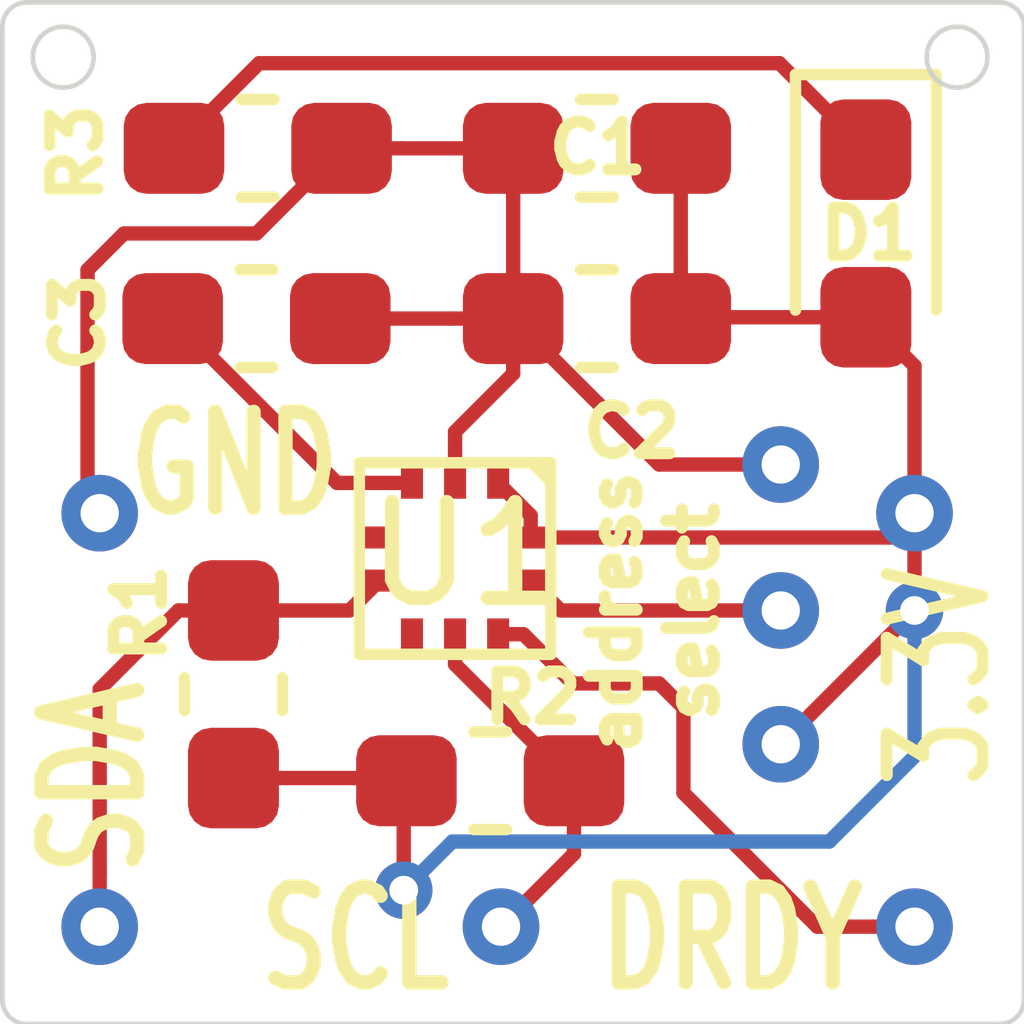
<source format=kicad_pcb>
(kicad_pcb (version 20171130) (host pcbnew 5.1.4-e60b266~84~ubuntu18.04.1)

  (general
    (thickness 1.6)
    (drawings 16)
    (tracks 70)
    (zones 0)
    (modules 16)
    (nets 11)
  )

  (page A4)
  (layers
    (0 F.Cu signal)
    (31 B.Cu signal)
    (32 B.Adhes user)
    (33 F.Adhes user)
    (34 B.Paste user)
    (35 F.Paste user)
    (36 B.SilkS user hide)
    (37 F.SilkS user)
    (38 B.Mask user)
    (39 F.Mask user)
    (40 Dwgs.User user)
    (41 Cmts.User user)
    (42 Eco1.User user)
    (43 Eco2.User user)
    (44 Edge.Cuts user)
    (45 Margin user)
    (46 B.CrtYd user)
    (47 F.CrtYd user)
    (48 B.Fab user hide)
    (49 F.Fab user hide)
  )

  (setup
    (last_trace_width 0.15)
    (trace_clearance 0.15)
    (zone_clearance 0.5)
    (zone_45_only no)
    (trace_min 0.15)
    (via_size 0.6)
    (via_drill 0.3)
    (via_min_size 0.45)
    (via_min_drill 0.2)
    (uvia_size 0.3)
    (uvia_drill 0.1)
    (uvias_allowed no)
    (uvia_min_size 0.2)
    (uvia_min_drill 0.1)
    (edge_width 0.05)
    (segment_width 0.2)
    (pcb_text_width 0.3)
    (pcb_text_size 1.5 1.5)
    (mod_edge_width 0.12)
    (mod_text_size 1 1)
    (mod_text_width 0.15)
    (pad_size 1.524 1.524)
    (pad_drill 0.762)
    (pad_to_mask_clearance 0.051)
    (solder_mask_min_width 0.25)
    (aux_axis_origin 0 0)
    (visible_elements FFFFFF7F)
    (pcbplotparams
      (layerselection 0x010f0_ffffffff)
      (usegerberextensions false)
      (usegerberattributes false)
      (usegerberadvancedattributes false)
      (creategerberjobfile false)
      (excludeedgelayer true)
      (linewidth 0.100000)
      (plotframeref false)
      (viasonmask false)
      (mode 1)
      (useauxorigin false)
      (hpglpennumber 1)
      (hpglpenspeed 20)
      (hpglpendiameter 15.000000)
      (psnegative false)
      (psa4output false)
      (plotreference true)
      (plotvalue true)
      (plotinvisibletext false)
      (padsonsilk false)
      (subtractmaskfromsilk false)
      (outputformat 1)
      (mirror false)
      (drillshape 0)
      (scaleselection 1)
      (outputdirectory ""))
  )

  (net 0 "")
  (net 1 +3V3)
  (net 2 GND)
  (net 3 "Net-(C3-Pad2)")
  (net 4 "Net-(D1-Pad1)")
  (net 5 /MAG_SDA)
  (net 6 /MAG_SCL)
  (net 7 /MAG_DRDY)
  (net 8 "Net-(J6-Pad1)")
  (net 9 "Net-(U1-Pad4)")
  (net 10 "Net-(U1-Pad6)")

  (net_class Default "This is the default net class."
    (clearance 0.15)
    (trace_width 0.15)
    (via_dia 0.6)
    (via_drill 0.3)
    (uvia_dia 0.3)
    (uvia_drill 0.1)
    (add_net +3V3)
    (add_net /MAG_DRDY)
    (add_net /MAG_SCL)
    (add_net /MAG_SDA)
    (add_net GND)
    (add_net "Net-(C3-Pad2)")
    (add_net "Net-(D1-Pad1)")
    (add_net "Net-(J6-Pad1)")
    (add_net "Net-(U1-Pad4)")
    (add_net "Net-(U1-Pad6)")
  )

  (module LED_SMD:LED_0603_1608Metric_Pad1.05x0.95mm_HandSolder (layer F.Cu) (tedit 5B4B45C9) (tstamp 5D829474)
    (at 118.745 77.089 270)
    (descr "LED SMD 0603 (1608 Metric), square (rectangular) end terminal, IPC_7351 nominal, (Body size source: http://www.tortai-tech.com/upload/download/2011102023233369053.pdf), generated with kicad-footprint-generator")
    (tags "LED handsolder")
    (path /5D883224)
    (attr smd)
    (fp_text reference D1 (at 0.00508 -0.03048 180) (layer F.SilkS)
      (effects (font (size 0.5 0.5) (thickness 0.125)))
    )
    (fp_text value POWER_LED (at 0 1.43 90) (layer F.Fab)
      (effects (font (size 1 1) (thickness 0.15)))
    )
    (fp_line (start 0.8 -0.4) (end -0.5 -0.4) (layer F.Fab) (width 0.1))
    (fp_line (start -0.5 -0.4) (end -0.8 -0.1) (layer F.Fab) (width 0.1))
    (fp_line (start -0.8 -0.1) (end -0.8 0.4) (layer F.Fab) (width 0.1))
    (fp_line (start -0.8 0.4) (end 0.8 0.4) (layer F.Fab) (width 0.1))
    (fp_line (start 0.8 0.4) (end 0.8 -0.4) (layer F.Fab) (width 0.1))
    (fp_line (start 0.8 -0.735) (end -1.66 -0.735) (layer F.SilkS) (width 0.12))
    (fp_line (start -1.66 -0.735) (end -1.66 0.735) (layer F.SilkS) (width 0.12))
    (fp_line (start -1.66 0.735) (end 0.8 0.735) (layer F.SilkS) (width 0.12))
    (fp_line (start -1.65 0.73) (end -1.65 -0.73) (layer F.CrtYd) (width 0.05))
    (fp_line (start -1.65 -0.73) (end 1.65 -0.73) (layer F.CrtYd) (width 0.05))
    (fp_line (start 1.65 -0.73) (end 1.65 0.73) (layer F.CrtYd) (width 0.05))
    (fp_line (start 1.65 0.73) (end -1.65 0.73) (layer F.CrtYd) (width 0.05))
    (fp_text user %R (at 0 0 90) (layer F.Fab)
      (effects (font (size 0.4 0.4) (thickness 0.06)))
    )
    (pad 1 smd roundrect (at -0.875 0 270) (size 1.05 0.95) (layers F.Cu F.Paste F.Mask) (roundrect_rratio 0.25)
      (net 4 "Net-(D1-Pad1)"))
    (pad 2 smd roundrect (at 0.875 0 270) (size 1.05 0.95) (layers F.Cu F.Paste F.Mask) (roundrect_rratio 0.25)
      (net 1 +3V3))
    (model ${KISYS3DMOD}/LED_SMD.3dshapes/LED_0603_1608Metric.wrl
      (at (xyz 0 0 0))
      (scale (xyz 1 1 1))
      (rotate (xyz 0 0 0))
    )
  )

  (module Resistor_SMD:R_0603_1608Metric_Pad1.05x0.95mm_HandSolder (layer F.Cu) (tedit 5B301BBD) (tstamp 5D829CAA)
    (at 112.395 76.2)
    (descr "Resistor SMD 0603 (1608 Metric), square (rectangular) end terminal, IPC_7351 nominal with elongated pad for handsoldering. (Body size source: http://www.tortai-tech.com/upload/download/2011102023233369053.pdf), generated with kicad-footprint-generator")
    (tags "resistor handsolder")
    (path /5D883B54)
    (attr smd)
    (fp_text reference R3 (at -1.89992 0.0508 90) (layer F.SilkS)
      (effects (font (size 0.5 0.5) (thickness 0.125)))
    )
    (fp_text value 10k (at 0 1.43) (layer F.Fab)
      (effects (font (size 1 1) (thickness 0.15)))
    )
    (fp_line (start -0.8 0.4) (end -0.8 -0.4) (layer F.Fab) (width 0.1))
    (fp_line (start -0.8 -0.4) (end 0.8 -0.4) (layer F.Fab) (width 0.1))
    (fp_line (start 0.8 -0.4) (end 0.8 0.4) (layer F.Fab) (width 0.1))
    (fp_line (start 0.8 0.4) (end -0.8 0.4) (layer F.Fab) (width 0.1))
    (fp_line (start -0.171267 -0.51) (end 0.171267 -0.51) (layer F.SilkS) (width 0.12))
    (fp_line (start -0.171267 0.51) (end 0.171267 0.51) (layer F.SilkS) (width 0.12))
    (fp_line (start -1.65 0.73) (end -1.65 -0.73) (layer F.CrtYd) (width 0.05))
    (fp_line (start -1.65 -0.73) (end 1.65 -0.73) (layer F.CrtYd) (width 0.05))
    (fp_line (start 1.65 -0.73) (end 1.65 0.73) (layer F.CrtYd) (width 0.05))
    (fp_line (start 1.65 0.73) (end -1.65 0.73) (layer F.CrtYd) (width 0.05))
    (fp_text user %R (at 0 0) (layer F.Fab)
      (effects (font (size 0.4 0.4) (thickness 0.06)))
    )
    (pad 1 smd roundrect (at -0.875 0) (size 1.05 0.95) (layers F.Cu F.Paste F.Mask) (roundrect_rratio 0.25)
      (net 4 "Net-(D1-Pad1)"))
    (pad 2 smd roundrect (at 0.875 0) (size 1.05 0.95) (layers F.Cu F.Paste F.Mask) (roundrect_rratio 0.25)
      (net 2 GND))
    (model ${KISYS3DMOD}/Resistor_SMD.3dshapes/R_0603_1608Metric.wrl
      (at (xyz 0 0 0))
      (scale (xyz 1 1 1))
      (rotate (xyz 0 0 0))
    )
  )

  (module paikkaanturi:MLGA010V020A (layer F.Cu) (tedit 5D82013E) (tstamp 5D8294E2)
    (at 113.455 79.484)
    (path /5D820CD8)
    (fp_text reference U1 (at 1.10408 0.95526) (layer F.SilkS)
      (effects (font (size 1 1) (thickness 0.15)))
    )
    (fp_text value BM1422AGMV (at 0 -5) (layer F.Fab)
      (effects (font (size 1 1) (thickness 0.15)))
    )
    (fp_line (start 0 0) (end 2 0) (layer F.SilkS) (width 0.12))
    (fp_line (start 2 0) (end 2 2) (layer F.SilkS) (width 0.12))
    (fp_line (start 2 2) (end 0 2) (layer F.SilkS) (width 0.12))
    (fp_line (start 0 2) (end 0 0) (layer F.SilkS) (width 0.12))
    (fp_line (start 1.8 0) (end 2 0.2) (layer F.SilkS) (width 0.12))
    (pad 3 smd rect (at 0.55 0.21) (size 0.23 0.33) (layers F.Cu F.Paste F.Mask)
      (net 3 "Net-(C3-Pad2)"))
    (pad 2 smd rect (at 1 0.21) (size 0.23 0.33) (layers F.Cu F.Paste F.Mask)
      (net 2 GND))
    (pad 1 smd rect (at 1.45 0.21) (size 0.23 0.33) (layers F.Cu F.Paste F.Mask)
      (net 1 +3V3))
    (pad 7 smd rect (at 1 1.79) (size 0.23 0.33) (layers F.Cu F.Paste F.Mask)
      (net 6 /MAG_SCL))
    (pad 8 smd rect (at 1.45 1.79) (size 0.23 0.33) (layers F.Cu F.Paste F.Mask)
      (net 7 /MAG_DRDY))
    (pad 6 smd rect (at 0.55 1.79) (size 0.23 0.33) (layers F.Cu F.Paste F.Mask)
      (net 10 "Net-(U1-Pad6)"))
    (pad 4 smd rect (at 0.21 0.78 90) (size 0.23 0.33) (layers F.Cu F.Paste F.Mask)
      (net 9 "Net-(U1-Pad4)"))
    (pad 5 smd rect (at 0.21 1.23 90) (size 0.23 0.33) (layers F.Cu F.Paste F.Mask)
      (net 5 /MAG_SDA))
    (pad 10 smd rect (at 1.79 0.78 90) (size 0.23 0.33) (layers F.Cu F.Paste F.Mask)
      (net 1 +3V3))
    (pad 9 smd rect (at 1.79 1.23 90) (size 0.23 0.33) (layers F.Cu F.Paste F.Mask)
      (net 8 "Net-(J6-Pad1)"))
  )

  (module Resistor_SMD:R_0603_1608Metric_Pad1.05x0.95mm_HandSolder (layer F.Cu) (tedit 5B301BBD) (tstamp 5D8294BE)
    (at 114.822 82.804 180)
    (descr "Resistor SMD 0603 (1608 Metric), square (rectangular) end terminal, IPC_7351 nominal with elongated pad for handsoldering. (Body size source: http://www.tortai-tech.com/upload/download/2011102023233369053.pdf), generated with kicad-footprint-generator")
    (tags "resistor handsolder")
    (path /5D836B6D)
    (attr smd)
    (fp_text reference R2 (at -0.4432 0.86614) (layer F.SilkS)
      (effects (font (size 0.5 0.5) (thickness 0.125)))
    )
    (fp_text value 4k7 (at 0 1.43) (layer F.Fab)
      (effects (font (size 1 1) (thickness 0.15)))
    )
    (fp_line (start -0.8 0.4) (end -0.8 -0.4) (layer F.Fab) (width 0.1))
    (fp_line (start -0.8 -0.4) (end 0.8 -0.4) (layer F.Fab) (width 0.1))
    (fp_line (start 0.8 -0.4) (end 0.8 0.4) (layer F.Fab) (width 0.1))
    (fp_line (start 0.8 0.4) (end -0.8 0.4) (layer F.Fab) (width 0.1))
    (fp_line (start -0.171267 -0.51) (end 0.171267 -0.51) (layer F.SilkS) (width 0.12))
    (fp_line (start -0.171267 0.51) (end 0.171267 0.51) (layer F.SilkS) (width 0.12))
    (fp_line (start -1.65 0.73) (end -1.65 -0.73) (layer F.CrtYd) (width 0.05))
    (fp_line (start -1.65 -0.73) (end 1.65 -0.73) (layer F.CrtYd) (width 0.05))
    (fp_line (start 1.65 -0.73) (end 1.65 0.73) (layer F.CrtYd) (width 0.05))
    (fp_line (start 1.65 0.73) (end -1.65 0.73) (layer F.CrtYd) (width 0.05))
    (fp_text user %R (at 0 0) (layer F.Fab)
      (effects (font (size 0.4 0.4) (thickness 0.06)))
    )
    (pad 1 smd roundrect (at -0.875 0 180) (size 1.05 0.95) (layers F.Cu F.Paste F.Mask) (roundrect_rratio 0.25)
      (net 6 /MAG_SCL))
    (pad 2 smd roundrect (at 0.875 0 180) (size 1.05 0.95) (layers F.Cu F.Paste F.Mask) (roundrect_rratio 0.25)
      (net 1 +3V3))
    (model ${KISYS3DMOD}/Resistor_SMD.3dshapes/R_0603_1608Metric.wrl
      (at (xyz 0 0 0))
      (scale (xyz 1 1 1))
      (rotate (xyz 0 0 0))
    )
  )

  (module Resistor_SMD:R_0603_1608Metric_Pad1.05x0.95mm_HandSolder (layer F.Cu) (tedit 5B301BBD) (tstamp 5D8294AD)
    (at 112.141 81.901 270)
    (descr "Resistor SMD 0603 (1608 Metric), square (rectangular) end terminal, IPC_7351 nominal with elongated pad for handsoldering. (Body size source: http://www.tortai-tech.com/upload/download/2011102023233369053.pdf), generated with kicad-footprint-generator")
    (tags "resistor handsolder")
    (path /5D837057)
    (attr smd)
    (fp_text reference R1 (at -0.84706 0.98044 90) (layer F.SilkS)
      (effects (font (size 0.5 0.5) (thickness 0.125)))
    )
    (fp_text value 4k7 (at 0 1.43 90) (layer F.Fab)
      (effects (font (size 1 1) (thickness 0.15)))
    )
    (fp_line (start -0.8 0.4) (end -0.8 -0.4) (layer F.Fab) (width 0.1))
    (fp_line (start -0.8 -0.4) (end 0.8 -0.4) (layer F.Fab) (width 0.1))
    (fp_line (start 0.8 -0.4) (end 0.8 0.4) (layer F.Fab) (width 0.1))
    (fp_line (start 0.8 0.4) (end -0.8 0.4) (layer F.Fab) (width 0.1))
    (fp_line (start -0.171267 -0.51) (end 0.171267 -0.51) (layer F.SilkS) (width 0.12))
    (fp_line (start -0.171267 0.51) (end 0.171267 0.51) (layer F.SilkS) (width 0.12))
    (fp_line (start -1.65 0.73) (end -1.65 -0.73) (layer F.CrtYd) (width 0.05))
    (fp_line (start -1.65 -0.73) (end 1.65 -0.73) (layer F.CrtYd) (width 0.05))
    (fp_line (start 1.65 -0.73) (end 1.65 0.73) (layer F.CrtYd) (width 0.05))
    (fp_line (start 1.65 0.73) (end -1.65 0.73) (layer F.CrtYd) (width 0.05))
    (fp_text user %R (at 0 0 90) (layer F.Fab)
      (effects (font (size 0.4 0.4) (thickness 0.06)))
    )
    (pad 1 smd roundrect (at -0.875 0 270) (size 1.05 0.95) (layers F.Cu F.Paste F.Mask) (roundrect_rratio 0.25)
      (net 5 /MAG_SDA))
    (pad 2 smd roundrect (at 0.875 0 270) (size 1.05 0.95) (layers F.Cu F.Paste F.Mask) (roundrect_rratio 0.25)
      (net 1 +3V3))
    (model ${KISYS3DMOD}/Resistor_SMD.3dshapes/R_0603_1608Metric.wrl
      (at (xyz 0 0 0))
      (scale (xyz 1 1 1))
      (rotate (xyz 0 0 0))
    )
  )

  (module paikkaanturi:hole (layer F.Cu) (tedit 5D8213A3) (tstamp 5D82949C)
    (at 117.856 82.423)
    (path /5D85F32E)
    (fp_text reference J8 (at -0.34544 0.9398) (layer F.SilkS) hide
      (effects (font (size 0.5 0.5) (thickness 0.12)))
    )
    (fp_text value DEBUG_3V3 (at 0 -3) (layer F.Fab)
      (effects (font (size 1 1) (thickness 0.15)))
    )
    (pad 1 thru_hole circle (at 0 0) (size 0.8 0.8) (drill 0.4) (layers *.Cu *.Mask)
      (net 1 +3V3))
  )

  (module paikkaanturi:hole (layer F.Cu) (tedit 5D8213A3) (tstamp 5D829497)
    (at 117.856 79.502)
    (path /5D85ECB6)
    (fp_text reference J7 (at -0.99822 -0.01524) (layer F.SilkS) hide
      (effects (font (size 0.5 0.5) (thickness 0.12)))
    )
    (fp_text value DEBUG_GND (at 0 -3) (layer F.Fab)
      (effects (font (size 1 1) (thickness 0.15)))
    )
    (pad 1 thru_hole circle (at 0 0) (size 0.8 0.8) (drill 0.4) (layers *.Cu *.Mask)
      (net 2 GND))
  )

  (module paikkaanturi:hole (layer F.Cu) (tedit 5D8213A3) (tstamp 5D829492)
    (at 117.856 81.026)
    (path /5D86BD00)
    (fp_text reference J6 (at -1.12014 0.07874) (layer F.SilkS) hide
      (effects (font (size 0.5 0.5) (thickness 0.12)))
    )
    (fp_text value ADDR_SELECT (at 0 -3) (layer F.Fab)
      (effects (font (size 1 1) (thickness 0.15)))
    )
    (pad 1 thru_hole circle (at 0 0) (size 0.8 0.8) (drill 0.4) (layers *.Cu *.Mask)
      (net 8 "Net-(J6-Pad1)"))
  )

  (module paikkaanturi:hole (layer F.Cu) (tedit 5D8213A3) (tstamp 5D82948D)
    (at 119.253 80.01)
    (path /5D857CB7)
    (fp_text reference J5 (at 0.2 -0.9) (layer F.SilkS) hide
      (effects (font (size 0.5 0.5) (thickness 0.12)))
    )
    (fp_text value hole_3V3 (at 0 -3) (layer F.Fab)
      (effects (font (size 1 1) (thickness 0.15)))
    )
    (pad 1 thru_hole circle (at 0 0) (size 0.8 0.8) (drill 0.4) (layers *.Cu *.Mask)
      (net 1 +3V3))
  )

  (module paikkaanturi:hole (layer F.Cu) (tedit 5D8213A3) (tstamp 5D829DDD)
    (at 110.744 80.01)
    (path /5D85778C)
    (fp_text reference J4 (at 0.2 -0.9) (layer F.SilkS) hide
      (effects (font (size 0.5 0.5) (thickness 0.12)))
    )
    (fp_text value hole_gnd (at 0 -3) (layer F.Fab)
      (effects (font (size 1 1) (thickness 0.15)))
    )
    (pad 1 thru_hole circle (at 0 0) (size 0.8 0.8) (drill 0.4) (layers *.Cu *.Mask)
      (net 2 GND))
  )

  (module paikkaanturi:hole (layer F.Cu) (tedit 5D8213A3) (tstamp 5D829483)
    (at 119.253 84.328)
    (path /5D856A6D)
    (fp_text reference J3 (at -1.04902 0.13208) (layer F.SilkS) hide
      (effects (font (size 0.5 0.5) (thickness 0.12)))
    )
    (fp_text value hole_drdy (at 0 -3) (layer F.Fab)
      (effects (font (size 1 1) (thickness 0.15)))
    )
    (pad 1 thru_hole circle (at 0 0) (size 0.8 0.8) (drill 0.4) (layers *.Cu *.Mask)
      (net 7 /MAG_DRDY))
  )

  (module paikkaanturi:hole (layer F.Cu) (tedit 5D8213A3) (tstamp 5D82947E)
    (at 114.935 84.328)
    (path /5D856486)
    (fp_text reference J2 (at -1.09474 0.10668) (layer F.SilkS) hide
      (effects (font (size 0.5 0.5) (thickness 0.12)))
    )
    (fp_text value hole_scl (at 0 -3) (layer F.Fab)
      (effects (font (size 1 1) (thickness 0.15)))
    )
    (pad 1 thru_hole circle (at 0 0) (size 0.8 0.8) (drill 0.4) (layers *.Cu *.Mask)
      (net 6 /MAG_SCL))
  )

  (module paikkaanturi:hole (layer F.Cu) (tedit 5D8213A3) (tstamp 5D829479)
    (at 110.744 84.328)
    (path /5D855A9C)
    (fp_text reference J1 (at 0.97536 -0.01524) (layer F.SilkS) hide
      (effects (font (size 0.5 0.5) (thickness 0.12)))
    )
    (fp_text value hole_sda (at 0 -3) (layer F.Fab)
      (effects (font (size 1 1) (thickness 0.15)))
    )
    (pad 1 thru_hole circle (at 0 0) (size 0.8 0.8) (drill 0.4) (layers *.Cu *.Mask)
      (net 5 /MAG_SDA))
  )

  (module Capacitor_SMD:C_0603_1608Metric_Pad1.05x0.95mm_HandSolder (layer F.Cu) (tedit 5B301BBE) (tstamp 5D829461)
    (at 112.381 77.978 180)
    (descr "Capacitor SMD 0603 (1608 Metric), square (rectangular) end terminal, IPC_7351 nominal with elongated pad for handsoldering. (Body size source: http://www.tortai-tech.com/upload/download/2011102023233369053.pdf), generated with kicad-footprint-generator")
    (tags "capacitor handsolder")
    (path /5D82CB31)
    (attr smd)
    (fp_text reference C3 (at 1.86052 -0.04064 90) (layer F.SilkS)
      (effects (font (size 0.5 0.5) (thickness 0.125)))
    )
    (fp_text value 1u (at 0 1.43) (layer F.Fab)
      (effects (font (size 1 1) (thickness 0.15)))
    )
    (fp_line (start -0.8 0.4) (end -0.8 -0.4) (layer F.Fab) (width 0.1))
    (fp_line (start -0.8 -0.4) (end 0.8 -0.4) (layer F.Fab) (width 0.1))
    (fp_line (start 0.8 -0.4) (end 0.8 0.4) (layer F.Fab) (width 0.1))
    (fp_line (start 0.8 0.4) (end -0.8 0.4) (layer F.Fab) (width 0.1))
    (fp_line (start -0.171267 -0.51) (end 0.171267 -0.51) (layer F.SilkS) (width 0.12))
    (fp_line (start -0.171267 0.51) (end 0.171267 0.51) (layer F.SilkS) (width 0.12))
    (fp_line (start -1.65 0.73) (end -1.65 -0.73) (layer F.CrtYd) (width 0.05))
    (fp_line (start -1.65 -0.73) (end 1.65 -0.73) (layer F.CrtYd) (width 0.05))
    (fp_line (start 1.65 -0.73) (end 1.65 0.73) (layer F.CrtYd) (width 0.05))
    (fp_line (start 1.65 0.73) (end -1.65 0.73) (layer F.CrtYd) (width 0.05))
    (fp_text user %R (at 0 0) (layer F.Fab)
      (effects (font (size 0.4 0.4) (thickness 0.06)))
    )
    (pad 1 smd roundrect (at -0.875 0 180) (size 1.05 0.95) (layers F.Cu F.Paste F.Mask) (roundrect_rratio 0.25)
      (net 2 GND))
    (pad 2 smd roundrect (at 0.875 0 180) (size 1.05 0.95) (layers F.Cu F.Paste F.Mask) (roundrect_rratio 0.25)
      (net 3 "Net-(C3-Pad2)"))
    (model ${KISYS3DMOD}/Capacitor_SMD.3dshapes/C_0603_1608Metric.wrl
      (at (xyz 0 0 0))
      (scale (xyz 1 1 1))
      (rotate (xyz 0 0 0))
    )
  )

  (module Capacitor_SMD:C_0603_1608Metric_Pad1.05x0.95mm_HandSolder (layer F.Cu) (tedit 5B301BBE) (tstamp 5D829450)
    (at 115.937 77.978)
    (descr "Capacitor SMD 0603 (1608 Metric), square (rectangular) end terminal, IPC_7351 nominal with elongated pad for handsoldering. (Body size source: http://www.tortai-tech.com/upload/download/2011102023233369053.pdf), generated with kicad-footprint-generator")
    (tags "capacitor handsolder")
    (path /5D82807A)
    (attr smd)
    (fp_text reference C2 (at 0.36452 1.1811) (layer F.SilkS)
      (effects (font (size 0.5 0.5) (thickness 0.125)))
    )
    (fp_text value 0.01u (at 0 1.43) (layer F.Fab)
      (effects (font (size 1 1) (thickness 0.15)))
    )
    (fp_line (start -0.8 0.4) (end -0.8 -0.4) (layer F.Fab) (width 0.1))
    (fp_line (start -0.8 -0.4) (end 0.8 -0.4) (layer F.Fab) (width 0.1))
    (fp_line (start 0.8 -0.4) (end 0.8 0.4) (layer F.Fab) (width 0.1))
    (fp_line (start 0.8 0.4) (end -0.8 0.4) (layer F.Fab) (width 0.1))
    (fp_line (start -0.171267 -0.51) (end 0.171267 -0.51) (layer F.SilkS) (width 0.12))
    (fp_line (start -0.171267 0.51) (end 0.171267 0.51) (layer F.SilkS) (width 0.12))
    (fp_line (start -1.65 0.73) (end -1.65 -0.73) (layer F.CrtYd) (width 0.05))
    (fp_line (start -1.65 -0.73) (end 1.65 -0.73) (layer F.CrtYd) (width 0.05))
    (fp_line (start 1.65 -0.73) (end 1.65 0.73) (layer F.CrtYd) (width 0.05))
    (fp_line (start 1.65 0.73) (end -1.65 0.73) (layer F.CrtYd) (width 0.05))
    (fp_text user %R (at 0 0) (layer F.Fab)
      (effects (font (size 0.4 0.4) (thickness 0.06)))
    )
    (pad 1 smd roundrect (at -0.875 0) (size 1.05 0.95) (layers F.Cu F.Paste F.Mask) (roundrect_rratio 0.25)
      (net 2 GND))
    (pad 2 smd roundrect (at 0.875 0) (size 1.05 0.95) (layers F.Cu F.Paste F.Mask) (roundrect_rratio 0.25)
      (net 1 +3V3))
    (model ${KISYS3DMOD}/Capacitor_SMD.3dshapes/C_0603_1608Metric.wrl
      (at (xyz 0 0 0))
      (scale (xyz 1 1 1))
      (rotate (xyz 0 0 0))
    )
  )

  (module Capacitor_SMD:C_0603_1608Metric_Pad1.05x0.95mm_HandSolder (layer F.Cu) (tedit 5B301BBE) (tstamp 5D82943F)
    (at 115.937 76.2)
    (descr "Capacitor SMD 0603 (1608 Metric), square (rectangular) end terminal, IPC_7351 nominal with elongated pad for handsoldering. (Body size source: http://www.tortai-tech.com/upload/download/2011102023233369053.pdf), generated with kicad-footprint-generator")
    (tags "capacitor handsolder")
    (path /5D824594)
    (attr smd)
    (fp_text reference C1 (at 0.00892 -0.00508) (layer F.SilkS)
      (effects (font (size 0.5 0.5) (thickness 0.125)))
    )
    (fp_text value 1u (at 0 1.43) (layer F.Fab)
      (effects (font (size 1 1) (thickness 0.15)))
    )
    (fp_line (start -0.8 0.4) (end -0.8 -0.4) (layer F.Fab) (width 0.1))
    (fp_line (start -0.8 -0.4) (end 0.8 -0.4) (layer F.Fab) (width 0.1))
    (fp_line (start 0.8 -0.4) (end 0.8 0.4) (layer F.Fab) (width 0.1))
    (fp_line (start 0.8 0.4) (end -0.8 0.4) (layer F.Fab) (width 0.1))
    (fp_line (start -0.171267 -0.51) (end 0.171267 -0.51) (layer F.SilkS) (width 0.12))
    (fp_line (start -0.171267 0.51) (end 0.171267 0.51) (layer F.SilkS) (width 0.12))
    (fp_line (start -1.65 0.73) (end -1.65 -0.73) (layer F.CrtYd) (width 0.05))
    (fp_line (start -1.65 -0.73) (end 1.65 -0.73) (layer F.CrtYd) (width 0.05))
    (fp_line (start 1.65 -0.73) (end 1.65 0.73) (layer F.CrtYd) (width 0.05))
    (fp_line (start 1.65 0.73) (end -1.65 0.73) (layer F.CrtYd) (width 0.05))
    (fp_text user %R (at 0 0) (layer F.Fab)
      (effects (font (size 0.4 0.4) (thickness 0.06)))
    )
    (pad 1 smd roundrect (at -0.875 0) (size 1.05 0.95) (layers F.Cu F.Paste F.Mask) (roundrect_rratio 0.25)
      (net 2 GND))
    (pad 2 smd roundrect (at 0.875 0) (size 1.05 0.95) (layers F.Cu F.Paste F.Mask) (roundrect_rratio 0.25)
      (net 1 +3V3))
    (model ${KISYS3DMOD}/Capacitor_SMD.3dshapes/C_0603_1608Metric.wrl
      (at (xyz 0 0 0))
      (scale (xyz 1 1 1))
      (rotate (xyz 0 0 0))
    )
  )

  (gr_circle (center 110.363 75.2475) (end 110.617 75.057) (layer Edge.Cuts) (width 0.05) (tstamp 5D825BB6))
  (gr_circle (center 119.6975 75.2475) (end 119.9515 75.057) (layer Edge.Cuts) (width 0.05))
  (gr_line (start 109.982 74.676) (end 120.142 74.676) (layer Edge.Cuts) (width 0.05) (tstamp 5D825581))
  (gr_line (start 109.728 74.93) (end 109.728 85.09) (layer Edge.Cuts) (width 0.05) (tstamp 5D82557C))
  (gr_line (start 120.142 85.344) (end 109.982 85.344) (layer Edge.Cuts) (width 0.05) (tstamp 5D825577))
  (gr_line (start 120.396 74.93) (end 120.396 85.09) (layer Edge.Cuts) (width 0.05) (tstamp 5D825571))
  (gr_arc (start 120.142 74.93) (end 120.396 74.93) (angle -90) (layer Edge.Cuts) (width 0.05))
  (gr_arc (start 109.982 74.93) (end 109.982 74.676) (angle -90) (layer Edge.Cuts) (width 0.05))
  (gr_arc (start 109.982 85.09) (end 109.728 85.09) (angle -90) (layer Edge.Cuts) (width 0.05))
  (gr_arc (start 120.142 85.09) (end 120.142 85.344) (angle -90) (layer Edge.Cuts) (width 0.05))
  (gr_text "address\nselect" (at 116.53012 81.04124 90) (layer F.SilkS)
    (effects (font (size 0.5 0.5) (thickness 0.125)))
  )
  (gr_text SCL (at 113.411 84.455) (layer F.SilkS)
    (effects (font (size 1 0.7) (thickness 0.15)))
  )
  (gr_text SDA (at 110.6805 82.77352 90) (layer F.SilkS)
    (effects (font (size 1 0.7) (thickness 0.15)))
  )
  (gr_text DRDY (at 117.348 84.455) (layer F.SilkS)
    (effects (font (size 1 0.7) (thickness 0.15)))
  )
  (gr_text GND (at 112.15116 79.49692) (layer F.SilkS)
    (effects (font (size 1 0.7) (thickness 0.15)))
  )
  (gr_text 3.3V (at 119.507 81.7118 90) (layer F.SilkS)
    (effects (font (size 1 0.7) (thickness 0.125)))
  )

  (segment (start 116.812 77.403) (end 116.812 76.2) (width 0.15) (layer F.Cu) (net 1))
  (segment (start 116.812 77.978) (end 116.812 77.403) (width 0.15) (layer F.Cu) (net 1))
  (segment (start 116.672 77.978) (end 116.812 77.978) (width 0.15) (layer F.Cu) (net 1))
  (segment (start 116.826 77.964) (end 116.812 77.978) (width 0.15) (layer F.Cu) (net 1))
  (segment (start 118.745 77.964) (end 116.826 77.964) (width 0.15) (layer F.Cu) (net 1))
  (segment (start 113.919 82.776) (end 113.947 82.804) (width 0.15) (layer F.Cu) (net 1))
  (segment (start 112.141 82.776) (end 113.919 82.776) (width 0.15) (layer F.Cu) (net 1))
  (segment (start 115.245 80.034) (end 114.905 79.694) (width 0.15) (layer F.Cu) (net 1))
  (segment (start 115.245 80.264) (end 115.245 80.034) (width 0.15) (layer F.Cu) (net 1))
  (segment (start 118.999 80.264) (end 115.245 80.264) (width 0.15) (layer F.Cu) (net 1))
  (segment (start 119.253 80.01) (end 118.999 80.264) (width 0.15) (layer F.Cu) (net 1))
  (segment (start 119.253 81.026) (end 119.253 81.026) (width 0.15) (layer F.Cu) (net 1))
  (segment (start 119.253 80.01) (end 119.253 81.026) (width 0.15) (layer F.Cu) (net 1))
  (segment (start 119.253 78.472) (end 118.745 77.964) (width 0.15) (layer F.Cu) (net 1))
  (segment (start 119.253 80.01) (end 119.253 78.472) (width 0.15) (layer F.Cu) (net 1))
  (segment (start 119.253 81.026) (end 117.856 82.423) (width 0.15) (layer F.Cu) (net 1) (tstamp 5D82C6C7))
  (via (at 119.253 81.026) (size 0.6) (drill 0.3) (layers F.Cu B.Cu) (net 1))
  (segment (start 113.919 83.947) (end 113.919 83.947) (width 0.15) (layer B.Cu) (net 1) (tstamp 5D82C6D7))
  (via (at 113.919 83.947) (size 0.6) (drill 0.3) (layers F.Cu B.Cu) (net 1))
  (segment (start 113.919 82.832) (end 113.947 82.804) (width 0.15) (layer F.Cu) (net 1))
  (segment (start 113.919 83.947) (end 113.919 82.832) (width 0.15) (layer F.Cu) (net 1))
  (segment (start 114.427 83.439) (end 113.919 83.947) (width 0.15) (layer B.Cu) (net 1))
  (segment (start 118.364 83.439) (end 114.427 83.439) (width 0.15) (layer B.Cu) (net 1))
  (segment (start 119.253 81.026) (end 119.253 82.55) (width 0.15) (layer B.Cu) (net 1))
  (segment (start 119.253 82.55) (end 118.364 83.439) (width 0.15) (layer B.Cu) (net 1))
  (segment (start 113.895 76.2) (end 115.062 76.2) (width 0.15) (layer F.Cu) (net 2))
  (segment (start 113.27 76.2) (end 113.895 76.2) (width 0.15) (layer F.Cu) (net 2))
  (segment (start 115.046 77.994) (end 115.062 77.978) (width 0.15) (layer F.Cu) (net 2))
  (segment (start 115.062 77.978) (end 115.062 76.2) (width 0.15) (layer F.Cu) (net 2))
  (segment (start 110.617 77.47) (end 110.998 77.089) (width 0.15) (layer F.Cu) (net 2))
  (segment (start 110.998 77.089) (end 112.381 77.089) (width 0.15) (layer F.Cu) (net 2))
  (segment (start 110.744 80.01) (end 110.617 79.883) (width 0.15) (layer F.Cu) (net 2))
  (segment (start 112.770928 76.699072) (end 113.27 76.2) (width 0.15) (layer F.Cu) (net 2))
  (segment (start 112.381 77.089) (end 112.770928 76.699072) (width 0.15) (layer F.Cu) (net 2))
  (segment (start 110.617 79.883) (end 110.617 77.47) (width 0.15) (layer F.Cu) (net 2))
  (segment (start 114.437 77.978) (end 113.256 77.978) (width 0.15) (layer F.Cu) (net 2))
  (segment (start 115.062 77.978) (end 114.437 77.978) (width 0.15) (layer F.Cu) (net 2))
  (segment (start 113.256 77.978) (end 113.141 78.093) (width 0.15) (layer F.Cu) (net 2))
  (segment (start 116.586 79.502) (end 117.856 79.502) (width 0.15) (layer F.Cu) (net 2))
  (segment (start 115.062 77.978) (end 116.586 79.502) (width 0.15) (layer F.Cu) (net 2))
  (segment (start 114.455 79.379) (end 114.455 79.694) (width 0.15) (layer F.Cu) (net 2))
  (segment (start 115.062 78.553) (end 114.455 79.16) (width 0.15) (layer F.Cu) (net 2))
  (segment (start 114.455 79.16) (end 114.455 79.379) (width 0.15) (layer F.Cu) (net 2))
  (segment (start 115.062 77.978) (end 115.062 78.553) (width 0.15) (layer F.Cu) (net 2))
  (segment (start 113.222 79.694) (end 114.005 79.694) (width 0.15) (layer F.Cu) (net 3))
  (segment (start 111.506 77.978) (end 113.222 79.694) (width 0.15) (layer F.Cu) (net 3))
  (segment (start 111.506 76.214) (end 111.52 76.2) (width 0.15) (layer F.Cu) (net 4))
  (segment (start 118.745 76.214) (end 117.842 75.311) (width 0.15) (layer F.Cu) (net 4))
  (segment (start 112.409 75.311) (end 111.52 76.2) (width 0.15) (layer F.Cu) (net 4))
  (segment (start 117.842 75.311) (end 112.409 75.311) (width 0.15) (layer F.Cu) (net 4))
  (segment (start 110.744 83.762315) (end 110.744 84.328) (width 0.15) (layer F.Cu) (net 5))
  (segment (start 111.566 81.026) (end 110.744 81.848) (width 0.15) (layer F.Cu) (net 5))
  (segment (start 110.744 81.848) (end 110.744 83.762315) (width 0.15) (layer F.Cu) (net 5))
  (segment (start 112.141 81.026) (end 111.566 81.026) (width 0.15) (layer F.Cu) (net 5))
  (segment (start 113.353 81.026) (end 113.665 80.714) (width 0.15) (layer F.Cu) (net 5))
  (segment (start 112.141 81.026) (end 113.353 81.026) (width 0.15) (layer F.Cu) (net 5))
  (segment (start 115.67 82.804) (end 115.697 82.804) (width 0.15) (layer F.Cu) (net 6))
  (segment (start 114.455 81.589) (end 115.67 82.804) (width 0.15) (layer F.Cu) (net 6))
  (segment (start 114.455 81.274) (end 114.455 81.589) (width 0.15) (layer F.Cu) (net 6))
  (segment (start 115.697 83.566) (end 114.935 84.328) (width 0.15) (layer F.Cu) (net 6))
  (segment (start 115.697 82.804) (end 115.697 83.566) (width 0.15) (layer F.Cu) (net 6))
  (segment (start 118.237 84.328) (end 119.253 84.328) (width 0.15) (layer F.Cu) (net 7))
  (segment (start 115.17 81.274) (end 115.684 81.788) (width 0.15) (layer F.Cu) (net 7))
  (segment (start 114.905 81.274) (end 115.17 81.274) (width 0.15) (layer F.Cu) (net 7))
  (segment (start 116.586 81.788) (end 116.84 82.042) (width 0.15) (layer F.Cu) (net 7))
  (segment (start 116.84 82.042) (end 116.84 82.931) (width 0.15) (layer F.Cu) (net 7))
  (segment (start 115.684 81.788) (end 116.586 81.788) (width 0.15) (layer F.Cu) (net 7))
  (segment (start 116.84 82.931) (end 118.237 84.328) (width 0.15) (layer F.Cu) (net 7))
  (segment (start 115.557 81.026) (end 115.245 80.714) (width 0.15) (layer F.Cu) (net 8))
  (segment (start 117.856 81.026) (end 115.557 81.026) (width 0.15) (layer F.Cu) (net 8))

)

</source>
